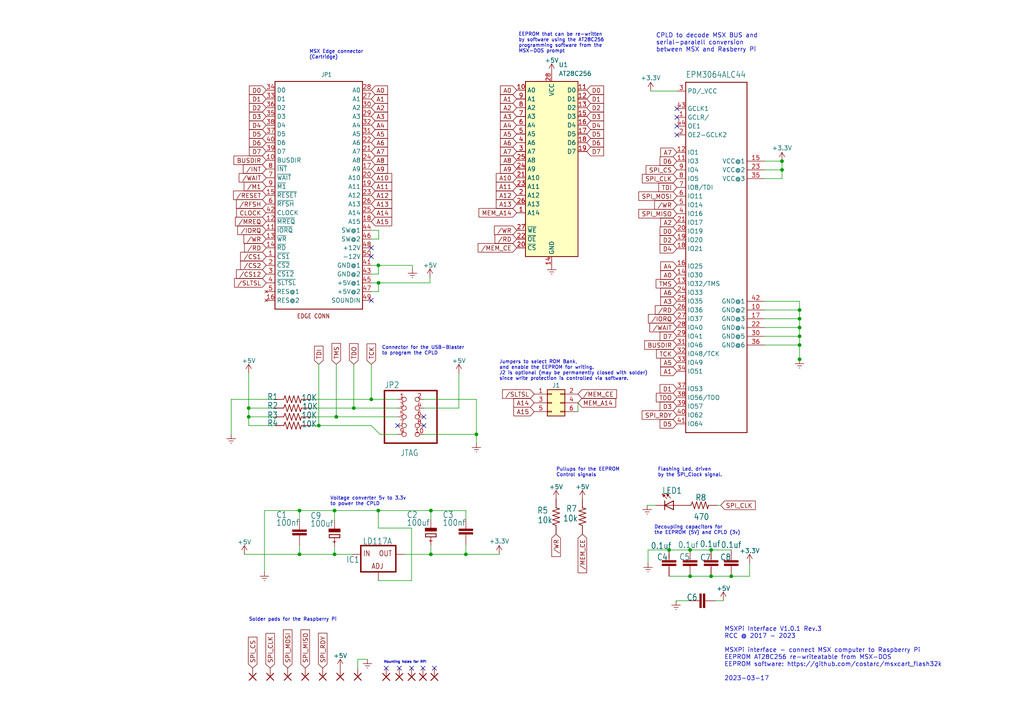
<source format=kicad_sch>
(kicad_sch (version 20211123) (generator eeschema)
  (paper "A4")
  (title_block (title "MSXPi") (date "2023-02-26") (rev "1.0.1") (company "RCC") (comment 1 "Interface to connect MSX computers to Raspberry Pi"))
  (lib_symbols
    (symbol "Connector_Generic:Conn_02x03_Odd_Even" (pin_names (offset 1.016) hide)
      (property "Reference" "J" (at 1.27 5.08 0))
      (property "Value" "Conn_02x03_Odd_Even" (at 1.27 -5.08 0))
      (symbol "Conn_02x03_Odd_Even_1_1"
        (rectangle (start -1.27 -2.413) (end 0 -2.667) (stroke (width 0.1524)))
        (rectangle (start -1.27 0.127) (end 0 -0.127) (stroke (width 0.1524)))
        (rectangle (start -1.27 2.667) (end 0 2.413) (stroke (width 0.1524)))
        (rectangle (start -1.27 3.81) (end 3.81 -3.81) (stroke (width 0.254)) (fill (type background)))
        (rectangle (start 3.81 -2.413) (end 2.54 -2.667) (stroke (width 0.1524)))
        (rectangle (start 3.81 0.127) (end 2.54 -0.127) (stroke (width 0.1524)))
        (rectangle (start 3.81 2.667) (end 2.54 2.413) (stroke (width 0.1524)))
        (pin passive line (at -5.08 2.54 0) (length 3.81) (name "Pin_1") (number "1"))
        (pin passive line (at 7.62 2.54 180) (length 3.81) (name "Pin_2") (number "2"))
        (pin passive line (at -5.08 0 0) (length 3.81) (name "Pin_3") (number "3"))
        (pin passive line (at 7.62 0 180) (length 3.81) (name "Pin_4") (number "4"))
        (pin passive line (at -5.08 -2.54 0) (length 3.81) (name "Pin_5") (number "5"))
        (pin passive line (at 7.62 -2.54 180) (length 3.81) (name "Pin_6") (number "6"))
      )
    )
    (symbol "Memory_EEPROM:28C256"
      (property "Reference" "U" (at -7.62 26.67 0))
      (property "Value" "28C256" (at 2.54 -26.67 0))
      (symbol "28C256_1_1"
        (rectangle (start -7.62 25.4) (end 7.62 -25.4) (stroke (width 0.254)) (fill (type background)))
        (pin input line (at -10.16 -12.7 0) (length 2.54) (name "A14") (number "1"))
        (pin input line (at -10.16 22.86 0) (length 2.54) (name "A0") (number "10"))
        (pin tri_state line (at 10.16 22.86 180) (length 2.54) (name "D0") (number "11"))
        (pin tri_state line (at 10.16 20.32 180) (length 2.54) (name "D1") (number "12"))
        (pin tri_state line (at 10.16 17.78 180) (length 2.54) (name "D2") (number "13"))
        (pin power_in line (at 0 -27.94 90) (length 2.54) (name "GND") (number "14"))
        (pin tri_state line (at 10.16 15.24 180) (length 2.54) (name "D3") (number "15"))
        (pin tri_state line (at 10.16 12.7 180) (length 2.54) (name "D4") (number "16"))
        (pin tri_state line (at 10.16 10.16 180) (length 2.54) (name "D5") (number "17"))
        (pin tri_state line (at 10.16 7.62 180) (length 2.54) (name "D6") (number "18"))
        (pin tri_state line (at 10.16 5.08 180) (length 2.54) (name "D7") (number "19"))
        (pin input line (at -10.16 -7.62 0) (length 2.54) (name "A12") (number "2"))
        (pin input line (at -10.16 -22.86 0) (length 2.54) (name "~{CS}") (number "20"))
        (pin input line (at -10.16 -2.54 0) (length 2.54) (name "A10") (number "21"))
        (pin input line (at -10.16 -20.32 0) (length 2.54) (name "~{OE}") (number "22"))
        (pin input line (at -10.16 -5.08 0) (length 2.54) (name "A11") (number "23"))
        (pin input line (at -10.16 0 0) (length 2.54) (name "A9") (number "24"))
        (pin input line (at -10.16 2.54 0) (length 2.54) (name "A8") (number "25"))
        (pin input line (at -10.16 -10.16 0) (length 2.54) (name "A13") (number "26"))
        (pin input line (at -10.16 -17.78 0) (length 2.54) (name "~{WE}") (number "27"))
        (pin power_in line (at 0 27.94 270) (length 2.54) (name "VCC") (number "28"))
        (pin input line (at -10.16 5.08 0) (length 2.54) (name "A7") (number "3"))
        (pin input line (at -10.16 7.62 0) (length 2.54) (name "A6") (number "4"))
        (pin input line (at -10.16 10.16 0) (length 2.54) (name "A5") (number "5"))
        (pin input line (at -10.16 12.7 0) (length 2.54) (name "A4") (number "6"))
        (pin input line (at -10.16 15.24 0) (length 2.54) (name "A3") (number "7"))
        (pin input line (at -10.16 17.78 0) (length 2.54) (name "A2") (number "8"))
        (pin input line (at -10.16 20.32 0) (length 2.54) (name "A1") (number "9"))
      )
    )
    (symbol "msxpi-eagle-import:2,15{slash}1,0"
      (property "Reference" "PAD" (at -1.143 1.8542 0))
      (property "Value" "2,15{slash}1,0" (at -1.143 -3.302 0))
      (symbol "2,15{slash}1,0_1_0"
        (polyline (pts (xy -1.016 -1.016) (xy 1.016 1.016)) (stroke (width 0.254)))
        (polyline (pts (xy -1.016 1.016) (xy 1.016 -1.016)) (stroke (width 0.254)))
        (pin passive line (at 2.54 0 180) (length 2.54) (name "P") (number "1"))
      )
    )
    (symbol "msxpi-eagle-import:C2,5-3"
      (property "Reference" "C" (at 1.524 0.381 0))
      (property "Value" "C2,5-3" (at 1.524 -4.699 0))
      (symbol "C2,5-3_1_0"
        (rectangle (start -2.032 -2.032) (end 2.032 -1.524) (fill (type outline)))
        (rectangle (start -2.032 -1.016) (end 2.032 -0.508) (fill (type outline)))
        (polyline (pts (xy 0 -2.54) (xy 0 -2.032)) (stroke (width 0.1524)))
        (polyline (pts (xy 0 0) (xy 0 -0.508)) (stroke (width 0.1524)))
        (pin passive line (at 0 2.54 270) (length 2.54) (name "1") (number "1"))
        (pin passive line (at 0 -5.08 90) (length 2.54) (name "2") (number "2"))
      )
    )
    (symbol "msxpi-eagle-import:CPOL-EUE2.5-5"
      (property "Reference" "C" (at 1.143 0.4826 0))
      (property "Value" "CPOL-EUE2.5-5" (at 1.143 -4.5974 0))
      (symbol "CPOL-EUE2.5-5_1_0"
        (rectangle (start -1.651 -2.54) (end 1.651 -1.651) (fill (type outline)))
        (polyline (pts (xy -1.524 -0.889) (xy 1.524 -0.889)) (stroke (width 0.254)))
        (polyline (pts (xy -1.524 0) (xy -1.524 -0.889)) (stroke (width 0.254)))
        (polyline (pts (xy -1.524 0) (xy 1.524 0)) (stroke (width 0.254)))
        (polyline (pts (xy 1.524 -0.889) (xy 1.524 0)) (stroke (width 0.254)))
        (text "+" (at -0.5842 0.4064 900) (effects (font (size 1.27 1.0795)) (justify left bottom)))
        (pin passive line (at 0 2.54 270) (length 2.54) (name "+") (number "+"))
        (pin passive line (at 0 -5.08 90) (length 2.54) (name "-") (number "-"))
      )
    )
    (symbol "msxpi-eagle-import:EPM3064S44"
      (property "Reference" "IC" (at -10.16 52.07 0))
      (property "Value" "EPM3064S44" (at -10.16 -53.34 0))
      (symbol "EPM3064S44_1_0"
        (polyline (pts (xy -10.16 -50.8) (xy 7.62 -50.8)) (stroke (width 0.254)))
        (polyline (pts (xy -10.16 50.8) (xy -10.16 -50.8)) (stroke (width 0.254)))
        (polyline (pts (xy 7.62 -50.8) (xy 7.62 50.8)) (stroke (width 0.254)))
        (polyline (pts (xy 7.62 50.8) (xy -10.16 50.8)) (stroke (width 0.254)))
        (pin input line (at -12.7 40.64 0) (length 2.54) (name "GCLR/") (number "1"))
        (pin bidirectional line (at 12.7 -15.24 180) (length 5.08) (name "GND@2") (number "10"))
        (pin bidirectional line (at -12.7 27.94 0) (length 2.54) (name "IO3") (number "11"))
        (pin bidirectional line (at -12.7 30.48 0) (length 2.54) (name "IO1") (number "12"))
        (pin bidirectional line (at -12.7 -7.62 0) (length 2.54) (name "IO32/TMS") (number "13"))
        (pin bidirectional line (at -12.7 -5.08 0) (length 2.54) (name "IO30") (number "14"))
        (pin bidirectional line (at 12.7 27.94 180) (length 5.08) (name "VCC@1") (number "15"))
        (pin bidirectional line (at -12.7 -2.54 0) (length 2.54) (name "IO25") (number "16"))
        (pin bidirectional line (at 12.7 -17.78 180) (length 5.08) (name "GND@3") (number "17"))
        (pin bidirectional line (at -12.7 2.54 0) (length 2.54) (name "IO21") (number "18"))
        (pin bidirectional line (at -12.7 5.08 0) (length 2.54) (name "IO20") (number "19"))
        (pin input line (at -12.7 35.56 0) (length 2.54) (name "OE2-GCLK2") (number "2"))
        (pin bidirectional line (at -12.7 7.62 0) (length 2.54) (name "IO19") (number "20"))
        (pin bidirectional line (at -12.7 10.16 0) (length 2.54) (name "IO17") (number "21"))
        (pin bidirectional line (at 12.7 -20.32 180) (length 5.08) (name "GND@4") (number "22"))
        (pin bidirectional line (at 12.7 25.4 180) (length 5.08) (name "VCC@2") (number "23"))
        (pin bidirectional line (at -12.7 -10.16 0) (length 2.54) (name "IO33") (number "24"))
        (pin bidirectional line (at -12.7 -12.7 0) (length 2.54) (name "IO35") (number "25"))
        (pin bidirectional line (at -12.7 -15.24 0) (length 2.54) (name "IO36") (number "26"))
        (pin bidirectional line (at -12.7 -17.78 0) (length 2.54) (name "IO37") (number "27"))
        (pin bidirectional line (at -12.7 -20.32 0) (length 2.54) (name "IO40") (number "28"))
        (pin bidirectional line (at -12.7 -22.86 0) (length 2.54) (name "IO41") (number "29"))
        (pin passive line (at -12.7 48.26 0) (length 2.54) (name "PD/_VCC") (number "3"))
        (pin bidirectional line (at 12.7 -22.86 180) (length 5.08) (name "GND@5") (number "30"))
        (pin bidirectional line (at -12.7 -25.4 0) (length 2.54) (name "IO46") (number "31"))
        (pin bidirectional line (at -12.7 -27.94 0) (length 2.54) (name "IO48/TCK") (number "32"))
        (pin bidirectional line (at -12.7 -30.48 0) (length 2.54) (name "IO49") (number "33"))
        (pin bidirectional line (at -12.7 -33.02 0) (length 2.54) (name "IO51") (number "34"))
        (pin bidirectional line (at 12.7 22.86 180) (length 5.08) (name "VCC@3") (number "35"))
        (pin bidirectional line (at 12.7 -25.4 180) (length 5.08) (name "GND@6") (number "36"))
        (pin bidirectional line (at -12.7 -38.1 0) (length 2.54) (name "IO53") (number "37"))
        (pin bidirectional line (at -12.7 -40.64 0) (length 2.54) (name "IO56/TDO") (number "38"))
        (pin bidirectional line (at -12.7 -43.18 0) (length 2.54) (name "IO57") (number "39"))
        (pin bidirectional line (at -12.7 12.7 0) (length 2.54) (name "IO16") (number "4"))
        (pin bidirectional line (at -12.7 -45.72 0) (length 2.54) (name "IO62") (number "40"))
        (pin bidirectional line (at -12.7 -48.26 0) (length 2.54) (name "IO64") (number "41"))
        (pin bidirectional line (at 12.7 -12.7 180) (length 5.08) (name "GND@1") (number "42"))
        (pin input line (at -12.7 43.18 0) (length 2.54) (name "GCLK1") (number "43"))
        (pin input line (at -12.7 38.1 0) (length 2.54) (name "OE1") (number "44"))
        (pin bidirectional line (at -12.7 15.24 0) (length 2.54) (name "IO14") (number "5"))
        (pin bidirectional line (at -12.7 17.78 0) (length 2.54) (name "IO11") (number "6"))
        (pin bidirectional line (at -12.7 20.32 0) (length 2.54) (name "IO8/TDI") (number "7"))
        (pin bidirectional line (at -12.7 22.86 0) (length 2.54) (name "IO5") (number "8"))
        (pin bidirectional line (at -12.7 25.4 0) (length 2.54) (name "IO4") (number "9"))
      )
    )
    (symbol "msxpi-eagle-import:LD117A?V"
      (property "Reference" "IC" (at 2.54 -7.62 0))
      (property "Value" "LD117A?V" (at 2.54 -10.16 0))
      (symbol "LD117A?V_1_0"
        (polyline (pts (xy -5.08 -5.08) (xy 5.08 -5.08)) (stroke (width 0.4064)))
        (polyline (pts (xy -5.08 2.54) (xy -5.08 -5.08)) (stroke (width 0.4064)))
        (polyline (pts (xy 5.08 -5.08) (xy 5.08 2.54)) (stroke (width 0.4064)))
        (polyline (pts (xy 5.08 2.54) (xy -5.08 2.54)) (stroke (width 0.4064)))
        (text "ADJ" (at -2.032 -4.318 0) (effects (font (size 1.524 1.2954)) (justify left bottom)))
        (text "IN" (at -4.445 -0.635 0) (effects (font (size 1.524 1.2954)) (justify left bottom)))
        (text "OUT" (at 0.127 -0.635 0) (effects (font (size 1.524 1.2954)) (justify left bottom)))
        (pin input line (at 0 -7.62 90) (length 2.54) (name "ADJ") (number "1"))
        (pin passive line (at 7.62 0 180) (length 2.54) (name "OUT") (number "2"))
        (pin input line (at -7.62 0 0) (length 2.54) (name "IN") (number "3"))
      )
    )
    (symbol "msxpi-eagle-import:LED3MM"
      (property "Reference" "LED" (at 3.556 -4.572 90))
      (property "Value" "LED3MM" (at 5.715 -4.572 90))
      (symbol "LED3MM_1_0"
        (polyline (pts (xy -2.032 -0.762) (xy -3.429 -2.159)) (stroke (width 0.1524)))
        (polyline (pts (xy -1.905 -1.905) (xy -3.302 -3.302)) (stroke (width 0.1524)))
        (polyline (pts (xy 0 -2.54) (xy -1.27 -2.54)) (stroke (width 0.254)))
        (polyline (pts (xy 0 -2.54) (xy -1.27 0)) (stroke (width 0.254)))
        (polyline (pts (xy 0 0) (xy -1.27 0)) (stroke (width 0.254)))
        (polyline (pts (xy 0 0) (xy 0 -2.54)) (stroke (width 0.1524)))
        (polyline (pts (xy 1.27 -2.54) (xy 0 -2.54)) (stroke (width 0.254)))
        (polyline (pts (xy 1.27 0) (xy 0 -2.54)) (stroke (width 0.254)))
        (polyline (pts (xy 1.27 0) (xy 0 0)) (stroke (width 0.254)))
        (polyline (pts (xy -3.429 -2.159) (xy -3.048 -1.27) (xy -2.54 -1.778)) (fill (type outline)))
        (polyline (pts (xy -3.302 -3.302) (xy -2.921 -2.413) (xy -2.413 -2.921)) (fill (type outline)))
        (pin passive line (at 0 2.54 270) (length 2.54) (name "A") (number "A"))
        (pin passive line (at 0 -5.08 90) (length 2.54) (name "C") (number "K"))
      )
    )
    (symbol "msxpi-eagle-import:MSXCART1"
      (property "Reference" "JP" (at -3.81 34.29 0))
      (symbol "MSXCART1_1_0"
        (polyline (pts (xy -12.7 -33.02) (xy -12.7 33.02)) (stroke (width 0.254)))
        (polyline (pts (xy -12.7 33.02) (xy 12.7 33.02)) (stroke (width 0.254)))
        (polyline (pts (xy 12.7 -33.02) (xy -12.7 -33.02)) (stroke (width 0.254)))
        (polyline (pts (xy 12.7 33.02) (xy 12.7 -33.02)) (stroke (width 0.254)))
        (text "EDGE CONN" (at 6.35 -34.29 0) (effects (font (size 1.27 1.0795)) (justify right top)))
        (pin output line (at 15.24 -17.78 180) (length 2.54) (name "~{CS1}") (number "1"))
        (pin input line (at 15.24 10.16 180) (length 2.54) (name "BUSDIR") (number "10"))
        (pin output line (at 15.24 -10.16 180) (length 2.54) (name "~{IORQ}") (number "11"))
        (pin output line (at 15.24 -7.62 180) (length 2.54) (name "~{MREQ}") (number "12"))
        (pin output line (at 15.24 -12.7 180) (length 2.54) (name "~{WR}") (number "13"))
        (pin output line (at 15.24 -15.24 180) (length 2.54) (name "~{RD}") (number "14"))
        (pin output line (at 15.24 0 180) (length 2.54) (name "~{RESET}") (number "15"))
        (pin no_connect line (at 15.24 -30.48 180) (length 2.54) (name "RES@2") (number "16"))
        (pin output line (at -15.24 7.62 0) (length 2.54) (name "A9") (number "17"))
        (pin output line (at -15.24 -7.62 0) (length 2.54) (name "A15") (number "18"))
        (pin output line (at -15.24 2.54 0) (length 2.54) (name "A11") (number "19"))
        (pin output line (at 15.24 -20.32 180) (length 2.54) (name "~{CS2}") (number "2"))
        (pin output line (at -15.24 5.08 0) (length 2.54) (name "A10") (number "20"))
        (pin output line (at -15.24 12.7 0) (length 2.54) (name "A7") (number "21"))
        (pin output line (at -15.24 15.24 0) (length 2.54) (name "A6") (number "22"))
        (pin output line (at -15.24 0 0) (length 2.54) (name "A12") (number "23"))
        (pin output line (at -15.24 10.16 0) (length 2.54) (name "A8") (number "24"))
        (pin output line (at -15.24 -5.08 0) (length 2.54) (name "A14") (number "25"))
        (pin output line (at -15.24 -2.54 0) (length 2.54) (name "A13") (number "26"))
        (pin output line (at -15.24 27.94 0) (length 2.54) (name "A1") (number "27"))
        (pin output line (at -15.24 30.48 0) (length 2.54) (name "A0") (number "28"))
        (pin output line (at -15.24 22.86 0) (length 2.54) (name "A3") (number "29"))
        (pin output line (at 15.24 -22.86 180) (length 2.54) (name "~{CS12}") (number "3"))
        (pin output line (at -15.24 25.4 0) (length 2.54) (name "A2") (number "30"))
        (pin output line (at -15.24 17.78 0) (length 2.54) (name "A5") (number "31"))
        (pin output line (at -15.24 20.32 0) (length 2.54) (name "A4") (number "32"))
        (pin bidirectional line (at 15.24 27.94 180) (length 2.54) (name "D1") (number "33"))
        (pin bidirectional line (at 15.24 30.48 180) (length 2.54) (name "D0") (number "34"))
        (pin bidirectional line (at 15.24 22.86 180) (length 2.54) (name "D3") (number "35"))
        (pin bidirectional line (at 15.24 25.4 180) (length 2.54) (name "D2") (number "36"))
        (pin bidirectional line (at 15.24 17.78 180) (length 2.54) (name "D5") (number "37"))
        (pin bidirectional line (at 15.24 20.32 180) (length 2.54) (name "D4") (number "38"))
        (pin bidirectional line (at 15.24 12.7 180) (length 2.54) (name "D7") (number "39"))
        (pin output line (at 15.24 -25.4 180) (length 2.54) (name "~{SLTSL}") (number "4"))
        (pin bidirectional line (at 15.24 15.24 180) (length 2.54) (name "D6") (number "40"))
        (pin power_in line (at -15.24 -20.32 0) (length 2.54) (name "GND@1") (number "41"))
        (pin output line (at 15.24 -5.08 180) (length 2.54) (name "CLOCK") (number "42"))
        (pin power_in line (at -15.24 -22.86 0) (length 2.54) (name "GND@2") (number "43"))
        (pin passive line (at -15.24 -10.16 0) (length 2.54) (name "SW@1") (number "44"))
        (pin power_in line (at -15.24 -25.4 0) (length 2.54) (name "+5V@1") (number "45"))
        (pin passive line (at -15.24 -12.7 0) (length 2.54) (name "SW@2") (number "46"))
        (pin power_in line (at -15.24 -27.94 0) (length 2.54) (name "+5V@2") (number "47"))
        (pin power_in line (at -15.24 -15.24 0) (length 2.54) (name "+12V") (number "48"))
        (pin passive line (at -15.24 -30.48 0) (length 2.54) (name "SOUNDIN") (number "49"))
        (pin no_connect line (at 15.24 -27.94 180) (length 2.54) (name "RES@1") (number "5"))
        (pin power_in line (at -15.24 -17.78 0) (length 2.54) (name "-12V") (number "50"))
        (pin output line (at 15.24 -2.54 180) (length 2.54) (name "~{RFSH}") (number "6"))
        (pin open_collector line (at 15.24 5.08 180) (length 2.54) (name "~{WAIT}") (number "7"))
        (pin open_collector line (at 15.24 7.62 180) (length 2.54) (name "~{INT}") (number "8"))
        (pin output line (at 15.24 2.54 180) (length 2.54) (name "~{M1}") (number "9"))
      )
    )
    (symbol "msxpi-eagle-import:PINHD-2X5{slash}90"
      (property "Reference" "JP" (at -6.35 8.255 0))
      (property "Value" "PINHD-2X5{slash}90" (at -6.35 -10.16 0))
      (symbol "PINHD-2X5{slash}90_1_0"
        (polyline (pts (xy -6.35 -7.62) (xy 8.89 -7.62)) (stroke (width 0.4064)))
        (polyline (pts (xy -6.35 7.62) (xy -6.35 -7.62)) (stroke (width 0.4064)))
        (polyline (pts (xy 8.89 -7.62) (xy 8.89 7.62)) (stroke (width 0.4064)))
        (polyline (pts (xy 8.89 7.62) (xy -6.35 7.62)) (stroke (width 0.4064)))
        (pin passive inverted (at -2.54 5.08 0) (length 2.54) (name "1") (number "1"))
        (pin passive inverted (at 5.08 -5.08 180) (length 2.54) (name "10") (number "10"))
        (pin passive inverted (at 5.08 5.08 180) (length 2.54) (name "2") (number "2"))
        (pin passive inverted (at -2.54 2.54 0) (length 2.54) (name "3") (number "3"))
        (pin passive inverted (at 5.08 2.54 180) (length 2.54) (name "4") (number "4"))
        (pin passive inverted (at -2.54 0 0) (length 2.54) (name "5") (number "5"))
        (pin passive inverted (at 5.08 0 180) (length 2.54) (name "6") (number "6"))
        (pin passive inverted (at -2.54 -2.54 0) (length 2.54) (name "7") (number "7"))
        (pin passive inverted (at 5.08 -2.54 180) (length 2.54) (name "8") (number "8"))
        (pin passive inverted (at -2.54 -5.08 0) (length 2.54) (name "9") (number "9"))
      )
    )
    (symbol "msxpi-eagle-import:R-US_0207{slash}7"
      (property "Reference" "R" (at -3.81 1.4986 0))
      (property "Value" "R-US_0207{slash}7" (at -3.81 -3.302 0))
      (symbol "R-US_0207{slash}7_1_0"
        (polyline (pts (xy -2.54 0) (xy -2.159 1.016)) (stroke (width 0.2032)))
        (polyline (pts (xy -2.159 1.016) (xy -1.524 -1.016)) (stroke (width 0.2032)))
        (polyline (pts (xy -1.524 -1.016) (xy -0.889 1.016)) (stroke (width 0.2032)))
        (polyline (pts (xy -0.889 1.016) (xy -0.254 -1.016)) (stroke (width 0.2032)))
        (polyline (pts (xy -0.254 -1.016) (xy 0.381 1.016)) (stroke (width 0.2032)))
        (polyline (pts (xy 0.381 1.016) (xy 1.016 -1.016)) (stroke (width 0.2032)))
        (polyline (pts (xy 1.016 -1.016) (xy 1.651 1.016)) (stroke (width 0.2032)))
        (polyline (pts (xy 1.651 1.016) (xy 2.286 -1.016)) (stroke (width 0.2032)))
        (polyline (pts (xy 2.286 -1.016) (xy 2.54 0)) (stroke (width 0.2032)))
        (pin passive line (at -5.08 0 0) (length 2.54) (name "1") (number "1"))
        (pin passive line (at 5.08 0 180) (length 2.54) (name "2") (number "2"))
      )
    )
    (symbol "power:+3.3V" (power) (pin_names (offset 0))
      (property "Value" "+3.3V" (at 0 3.556 0))
      (symbol "+3.3V_0_1"
        (polyline (pts (xy -0.762 1.27) (xy 0 2.54)))
        (polyline (pts (xy 0 0) (xy 0 2.54)))
        (polyline (pts (xy 0 2.54) (xy 0.762 1.27)))
      )
      (symbol "+3.3V_1_1"
        (pin power_in line (at 0 0 90) (length 0) hide (name "+3.3V") (number "1"))
      )
    )
    (symbol "power:+5V" (power) (pin_names (offset 0))
      (property "Value" "+5V" (at 0 3.556 0))
      (symbol "+5V_0_1"
        (polyline (pts (xy -0.762 1.27) (xy 0 2.54)))
        (polyline (pts (xy 0 0) (xy 0 2.54)))
        (polyline (pts (xy 0 2.54) (xy 0.762 1.27)))
      )
      (symbol "+5V_1_1"
        (pin power_in line (at 0 0 90) (length 0) hide (name "+5V") (number "1"))
      )
    )
    (symbol "power:GNDREF" (power) (pin_names (offset 0))
      (property "Value" "GNDREF" (at 0 -3.81 0))
      (symbol "GNDREF_0_1"
        (polyline (pts (xy -0.635 -1.905) (xy 0.635 -1.905)))
        (polyline (pts (xy -0.127 -2.54) (xy 0.127 -2.54)))
        (polyline (pts (xy 0 -1.27) (xy 0 0)))
        (polyline (pts (xy 1.27 -1.27) (xy -1.27 -1.27)))
      )
      (symbol "GNDREF_1_1"
        (pin power_in line (at 0 0 270) (length 0) hide (name "GNDREF") (number "1"))
      )
    )
  )
  (junction (at 109.7969 82.042))
  (junction (at 109.7518 76.962))
  (junction (at 92.456 123.444))
  (junction (at 231.902 97.536))
  (junction (at 206.248 159.512))
  (junction (at 231.9019 104.1982))
  (junction (at 97.028 160.782))
  (junction (at 135.128 160.782))
  (junction (at 97.536 120.904))
  (junction (at 226.822 49.276))
  (junction (at 124.968 148.082))
  (junction (at 200.152 159.512))
  (junction (at 86.868 160.782))
  (junction (at 226.8081 46.736))
  (junction (at 231.902 89.916))
  (junction (at 200.152 167.132))
  (junction (at 231.902 92.456))
  (junction (at 138.176 125.984))
  (junction (at 72.136 118.364))
  (junction (at 72.136 120.904))
  (junction (at 194.056 159.512))
  (junction (at 107.696 115.824))
  (junction (at 102.616 118.364))
  (junction (at 206.248 167.132))
  (junction (at 231.902 94.996))
  (junction (at 124.968 160.782))
  (junction (at 86.868 148.082))
  (junction (at 109.728 148.082))
  (junction (at 231.902 100.076))
  (junction (at 212.09 167.132))
  (junction (at 97.028 148.082))
  (no_connect (at 196.342 39.116))
  (no_connect (at 196.342 36.576))
  (no_connect (at 196.342 34.036))
  (no_connect (at 196.342 31.496))
  (no_connect (at 112.014 193.802))
  (no_connect (at 107.696 87.122))
  (no_connect (at 107.696 74.422))
  (no_connect (at 107.696 71.882))
  (no_connect (at 122.936 120.904))
  (no_connect (at 122.936 123.444))
  (no_connect (at 115.316 123.444))
  (no_connect (at 119.38 193.802))
  (no_connect (at 122.682 193.802))
  (no_connect (at 115.824 193.802))
  (no_connect (at 125.984 193.802))
  (wire (pts (xy 109.7969 82.042) (xy 124.714 82.042)))
  (wire (pts (xy 76.708 148.082) (xy 76.708 165.862)))
  (wire (pts (xy 72.136 123.444) (xy 72.136 120.904)))
  (wire (pts (xy 119.38 168.402) (xy 109.728 168.402)))
  (wire (pts (xy 122.936 125.984) (xy 138.176 125.984)))
  (wire (pts (xy 231.902 100.076) (xy 231.902 104.1982)))
  (wire (pts (xy 124.968 150.622) (xy 124.968 148.082)))
  (wire (pts (xy 79.756 120.904) (xy 72.136 120.904)))
  (wire (pts (xy 221.742 89.916) (xy 231.902 89.916)))
  (wire (pts (xy 122.936 118.364) (xy 133.096 118.364)))
  (wire (pts (xy 107.696 123.444) (xy 92.456 123.444)))
  (wire (pts (xy 109.728 148.082) (xy 109.728 153.162)))
  (wire (pts (xy 124.968 160.782) (xy 135.128 160.782)))
  (wire (pts (xy 107.696 79.502) (xy 109.7518 79.502)))
  (wire (pts (xy 103.7649 193.7523) (xy 103.7649 191.2123)))
  (wire (pts (xy 200.152 167.132) (xy 206.248 167.132)))
  (wire (pts (xy 221.742 100.076) (xy 231.902 100.076)))
  (wire (pts (xy 190.246 146.558) (xy 187.706 146.558)))
  (wire (pts (xy 97.028 158.496) (xy 97.028 160.782)))
  (wire (pts (xy 86.868 150.622) (xy 86.868 148.082)))
  (wire (pts (xy 221.742 94.996) (xy 231.902 94.996)))
  (wire (pts (xy 107.696 115.824) (xy 89.916 115.824)))
  (wire (pts (xy 167.64 116.84) (xy 167.64 119.38)))
  (wire (pts (xy 97.536 120.904) (xy 97.536 105.664)))
  (wire (pts (xy 138.176 115.824) (xy 138.176 125.984)))
  (wire (pts (xy 206.248 167.132) (xy 212.09 167.132)))
  (wire (pts (xy 72.136 120.904) (xy 72.136 118.364)))
  (wire (pts (xy 86.868 158.242) (xy 86.868 160.782)))
  (wire (pts (xy 92.456 123.444) (xy 89.916 123.444)))
  (wire (pts (xy 79.756 118.364) (xy 72.136 118.364)))
  (wire (pts (xy 135.128 150.368) (xy 135.128 148.082)))
  (wire (pts (xy 124.714 82.042) (xy 124.714 80.518)))
  (wire (pts (xy 97.536 120.904) (xy 89.916 120.904)))
  (wire (pts (xy 109.7518 76.962) (xy 119.634 76.962)))
  (wire (pts (xy 138.176 125.984) (xy 138.176 128.524)))
  (wire (pts (xy 231.902 87.376) (xy 231.902 89.916)))
  (wire (pts (xy 102.616 118.364) (xy 89.916 118.364)))
  (wire (pts (xy 133.096 118.364) (xy 133.096 108.204)))
  (wire (pts (xy 67.056 115.824) (xy 67.056 125.984)))
  (wire (pts (xy 119.634 76.962) (xy 119.634 77.978)))
  (wire (pts (xy 117.348 160.782) (xy 124.968 160.782)))
  (wire (pts (xy 206.248 159.512) (xy 212.09 159.512)))
  (wire (pts (xy 79.756 123.444) (xy 72.136 123.444)))
  (wire (pts (xy 135.128 157.988) (xy 135.128 160.782)))
  (wire (pts (xy 109.7969 84.582) (xy 109.7969 82.042)))
  (wire (pts (xy 102.616 118.364) (xy 102.616 105.664)))
  (wire (pts (xy 107.696 115.824) (xy 107.696 105.664)))
  (wire (pts (xy 187.96 163.322) (xy 187.96 159.512)))
  (wire (pts (xy 135.128 160.782) (xy 144.78 160.782)))
  (wire (pts (xy 196.342 26.416) (xy 188.722 26.416)))
  (wire (pts (xy 107.696 76.962) (xy 109.7518 76.962)))
  (wire (pts (xy 86.868 160.782) (xy 97.028 160.782)))
  (wire (pts (xy 107.696 84.582) (xy 109.7969 84.582)))
  (wire (pts (xy 97.028 160.782) (xy 102.108 160.782)))
  (wire (pts (xy 115.316 120.904) (xy 97.536 120.904)))
  (wire (pts (xy 221.742 49.276) (xy 226.822 49.276)))
  (wire (pts (xy 119.38 153.162) (xy 119.38 168.402)))
  (wire (pts (xy 217.424 167.132) (xy 217.424 163.322)))
  (wire (pts (xy 200.152 159.512) (xy 206.248 159.512)))
  (wire (pts (xy 109.8424 66.802) (xy 109.8424 69.342)))
  (wire (pts (xy 124.968 148.082) (xy 109.728 148.082)))
  (wire (pts (xy 97.028 150.876) (xy 97.028 148.082)))
  (wire (pts (xy 212.09 167.132) (xy 217.424 167.132)))
  (wire (pts (xy 109.7518 79.502) (xy 109.7518 76.962)))
  (wire (pts (xy 115.316 125.984) (xy 110.236 125.984)))
  (wire (pts (xy 92.456 123.444) (xy 92.456 105.664)))
  (wire (pts (xy 226.8081 46.736) (xy 221.742 46.736)))
  (wire (pts (xy 107.696 66.802) (xy 109.8424 66.802)))
  (wire (pts (xy 107.696 82.042) (xy 109.7969 82.042)))
  (wire (pts (xy 124.968 158.242) (xy 124.968 160.782)))
  (wire (pts (xy 109.728 153.162) (xy 119.38 153.162)))
  (wire (pts (xy 226.822 46.736) (xy 226.8081 46.736)))
  (wire (pts (xy 208.026 146.558) (xy 209.042 146.558)))
  (wire (pts (xy 122.936 115.824) (xy 138.176 115.824)))
  (wire (pts (xy 231.902 97.536) (xy 231.902 100.076)))
  (wire (pts (xy 70.866 160.782) (xy 86.868 160.782)))
  (wire (pts (xy 115.316 115.824) (xy 107.696 115.824)))
  (wire (pts (xy 226.822 51.816) (xy 226.822 49.276)))
  (wire (pts (xy 72.136 118.364) (xy 72.136 108.204)))
  (wire (pts (xy 86.868 148.082) (xy 97.028 148.082)))
  (wire (pts (xy 221.742 97.536) (xy 231.902 97.536)))
  (wire (pts (xy 97.028 148.082) (xy 109.728 148.082)))
  (wire (pts (xy 221.742 87.376) (xy 231.902 87.376)))
  (wire (pts (xy 221.742 92.456) (xy 231.902 92.456)))
  (wire (pts (xy 109.8424 69.342) (xy 107.696 69.342)))
  (wire (pts (xy 231.902 94.996) (xy 231.902 97.536)))
  (wire (pts (xy 207.518 174.244) (xy 209.804 174.244)))
  (wire (pts (xy 196.088 174.244) (xy 199.898 174.244)))
  (wire (pts (xy 231.902 92.456) (xy 231.902 94.996)))
  (wire (pts (xy 231.902 104.1982) (xy 231.9019 104.1982)))
  (wire (pts (xy 221.742 51.816) (xy 226.822 51.816)))
  (wire (pts (xy 135.128 148.082) (xy 124.968 148.082)))
  (wire (pts (xy 194.056 167.132) (xy 200.152 167.132)))
  (wire (pts (xy 79.756 115.824) (xy 67.056 115.824)))
  (wire (pts (xy 226.822 49.276) (xy 226.822 46.736)))
  (wire (pts (xy 110.236 125.984) (xy 107.696 123.444)))
  (wire (pts (xy 86.868 148.082) (xy 76.708 148.082)))
  (wire (pts (xy 103.7649 191.2123) (xy 106.5589 191.2123)))
  (wire (pts (xy 115.316 118.364) (xy 102.616 118.364)))
  (wire (pts (xy 187.96 159.512) (xy 194.056 159.512)))
  (wire (pts (xy 231.902 89.916) (xy 231.902 92.456)))
  (wire (pts (xy 194.056 159.512) (xy 200.152 159.512)))
  (text "Decoupling capacitors for\nthe EEPROM (5V) and CPLD (3v)" (at 189.738 155.194 0) (effects (font (size 1 1)) (justify left bottom)))
  (text "Flashing Led, driven \nby the SPI_Clock signal." (at 190.754 138.43 0) (effects (font (size 1 1)) (justify left bottom)))
  (text "Jumpers to select ROM Bank,\nand enable the EEPROM for writing.\nJ2 is optional (may be permanently closed with solder)\nsince write protection is controlled via software.\n" (at 144.78 110.49 0) (effects (font (size 1 1)) (justify left bottom)))
  (text "EEPROM that can be re-written \nby software using the AT28C256 \nprogramming software from the \nMSX-DOS prompt" (at 150.368 15.494 0) (effects (font (size 1 1)) (justify left bottom)))
  (text "Pullups for the EEPROM\nControl signals" (at 161.29 138.43 0) (effects (font (size 1 1)) (justify left bottom)))
  (text "Solder pads for the Raspberry Pi" (at 72.136 180.34 0) (effects (font (size 1 1)) (justify left bottom)))
  (text "MSXPi Interface V1.0.1 Rev.3\nRCC @ 2017 - 2023\n\nMSXPi interface - connect MSX computer to Raspberry Pi\nEEPROM AT28C256 re-writeatable from MSX-DOS\nEEPROM software: https://github.com/costarc/msxcart_flash32k\n\n2023-03-17" (at 210.058 197.612 0) (effects (font (size 1.27 1.27)) (justify left bottom)))
  (text "MSX Edge connector\n(Cartridge)" (at 89.662 17.272 0) (effects (font (size 1 1)) (justify left bottom)))
  (text "Connector for the USB-Blaster\nto program the CPLD" (at 110.744 103.124 0) (effects (font (size 1 1)) (justify left bottom)))
  (text "Voltage converter 5v to 3.3v\nto power the CPLD" (at 95.758 146.812 0) (effects (font (size 1 1)) (justify left bottom)))
  (text "Mounting holes for RPI" (at 111.252 192.532 0) (effects (font (size 0.7 0.7)) (justify left bottom)))
  (text "CPLD to decode MSX BUS and\nserial-paralell conversion\nbetween MSX and Rasberry Pi" (at 190.246 15.24 0) (effects (font (size 1.27 1.27)) (justify left bottom)))
  (global_label "SPI_CS" (shape input) (at 196.342 49.276 180) (property "Intersheet References" "${INTERSHEET_REFS}" (effects hide)))
  (global_label "TMS" (shape input) (at 196.342 82.296 180) (property "Intersheet References" "${INTERSHEET_REFS}" (effects hide)))
  (global_label "A11" (shape input) (at 107.696 54.102 0) (property "Intersheet References" "${INTERSHEET_REFS}" (effects hide)))
  (global_label "D6" (shape input) (at 196.342 46.736 180) (property "Intersheet References" "${INTERSHEET_REFS}" (effects hide)))
  (global_label "{slash}RD" (shape input) (at 196.342 89.916 180) (property "Intersheet References" "${INTERSHEET_REFS}" (effects hide)))
  (global_label "A6" (shape input) (at 107.696 41.402 0) (property "Intersheet References" "${INTERSHEET_REFS}" (effects hide)))
  (global_label "D5" (shape input) (at 170.18 38.862 0) (property "Intersheet References" "${INTERSHEET_REFS}" (effects hide)))
  (global_label "D4" (shape input) (at 170.18 36.322 0) (property "Intersheet References" "${INTERSHEET_REFS}" (effects hide)))
  (global_label "{slash}CS1" (shape input) (at 77.216 74.422 180) (property "Intersheet References" "${INTERSHEET_REFS}" (effects hide)))
  (global_label "A0" (shape input) (at 196.342 79.756 180) (property "Intersheet References" "${INTERSHEET_REFS}" (effects hide)))
  (global_label "A2" (shape input) (at 196.342 64.516 180) (property "Intersheet References" "${INTERSHEET_REFS}" (effects hide)))
  (global_label "A8" (shape input) (at 149.86 46.482 180) (property "Intersheet References" "${INTERSHEET_REFS}" (effects hide)))
  (global_label "{slash}WR" (shape input) (at 196.342 59.436 180) (property "Intersheet References" "${INTERSHEET_REFS}" (effects hide)))
  (global_label "D3" (shape input) (at 77.216 33.782 180) (property "Intersheet References" "${INTERSHEET_REFS}" (effects hide)))
  (global_label "A7" (shape input) (at 149.86 43.942 180) (property "Intersheet References" "${INTERSHEET_REFS}" (effects hide)))
  (global_label "D3" (shape input) (at 196.342 117.856 180) (property "Intersheet References" "${INTERSHEET_REFS}" (effects hide)))
  (global_label "D1" (shape input) (at 77.216 28.702 180) (property "Intersheet References" "${INTERSHEET_REFS}" (effects hide)))
  (global_label "SPI_MISO" (shape input) (at 196.342 61.976 180) (property "Intersheet References" "${INTERSHEET_REFS}" (effects hide)))
  (global_label "TDO" (shape input) (at 102.616 105.664 90) (property "Intersheet References" "${INTERSHEET_REFS}" (effects hide)))
  (global_label "SPI_CS" (shape input) (at 73.2849 193.7523 90) (property "Intersheet References" "${INTERSHEET_REFS}" (effects hide)))
  (global_label "D2" (shape input) (at 196.342 69.596 180) (property "Intersheet References" "${INTERSHEET_REFS}" (effects hide)))
  (global_label "A10" (shape input) (at 107.696 51.562 0) (property "Intersheet References" "${INTERSHEET_REFS}" (effects hide)))
  (global_label "{slash}RD" (shape input) (at 77.216 71.882 180) (property "Intersheet References" "${INTERSHEET_REFS}" (effects hide)))
  (global_label "A14" (shape input) (at 107.696 61.722 0) (property "Intersheet References" "${INTERSHEET_REFS}" (effects hide)))
  (global_label "{slash}WR" (shape input) (at 77.216 69.342 180) (property "Intersheet References" "${INTERSHEET_REFS}" (effects hide)))
  (global_label "A9" (shape input) (at 107.696 49.022 0) (property "Intersheet References" "${INTERSHEET_REFS}" (effects hide)))
  (global_label "D4" (shape input) (at 196.342 72.136 180) (property "Intersheet References" "${INTERSHEET_REFS}" (effects hide)))
  (global_label "A0" (shape input) (at 149.86 26.162 180) (property "Intersheet References" "${INTERSHEET_REFS}" (effects hide)))
  (global_label "A12" (shape input) (at 107.696 56.642 0) (property "Intersheet References" "${INTERSHEET_REFS}" (effects hide)))
  (global_label "{slash}RESET" (shape input) (at 77.216 56.642 180) (property "Intersheet References" "${INTERSHEET_REFS}" (effects hide)))
  (global_label "D7" (shape input) (at 170.18 43.942 0) (property "Intersheet References" "${INTERSHEET_REFS}" (effects hide)))
  (global_label "A1" (shape input) (at 149.86 28.702 180) (property "Intersheet References" "${INTERSHEET_REFS}" (effects hide)))
  (global_label "TDI" (shape input) (at 196.342 54.356 180) (property "Intersheet References" "${INTERSHEET_REFS}" (effects hide)))
  (global_label "D3" (shape input) (at 170.18 33.782 0) (property "Intersheet References" "${INTERSHEET_REFS}" (effects hide)))
  (global_label "SPI_CLK" (shape input) (at 78.3649 193.7523 90) (property "Intersheet References" "${INTERSHEET_REFS}" (effects hide)))
  (global_label "{slash}CS2" (shape input) (at 77.216 76.962 180) (property "Intersheet References" "${INTERSHEET_REFS}" (effects hide)))
  (global_label "A7" (shape input) (at 196.342 44.196 180) (property "Intersheet References" "${INTERSHEET_REFS}" (effects hide)))
  (global_label "TDI" (shape input) (at 92.456 105.664 90) (property "Intersheet References" "${INTERSHEET_REFS}" (effects hide)))
  (global_label "A3" (shape input) (at 149.86 33.782 180) (property "Intersheet References" "${INTERSHEET_REFS}" (effects hide)))
  (global_label "A8" (shape input) (at 107.696 46.482 0) (property "Intersheet References" "${INTERSHEET_REFS}" (effects hide)))
  (global_label "A0" (shape input) (at 107.696 26.162 0) (property "Intersheet References" "${INTERSHEET_REFS}" (effects hide)))
  (global_label "TCK" (shape input) (at 196.342 102.616 180) (property "Intersheet References" "${INTERSHEET_REFS}" (effects hide)))
  (global_label "{slash}WAIT" (shape input) (at 196.342 94.996 180) (property "Intersheet References" "${INTERSHEET_REFS}" (effects hide)))
  (global_label "D7" (shape input) (at 196.342 97.536 180) (property "Intersheet References" "${INTERSHEET_REFS}" (effects hide)))
  (global_label "A2" (shape input) (at 149.86 31.242 180) (property "Intersheet References" "${INTERSHEET_REFS}" (effects hide)))
  (global_label "D1" (shape input) (at 196.342 112.776 180) (property "Intersheet References" "${INTERSHEET_REFS}" (effects hide)))
  (global_label "A13" (shape input) (at 149.86 59.182 180) (property "Intersheet References" "${INTERSHEET_REFS}" (effects hide)))
  (global_label "A1" (shape input) (at 196.342 107.696 180) (property "Intersheet References" "${INTERSHEET_REFS}" (effects hide)))
  (global_label "A7" (shape input) (at 107.696 43.942 0) (property "Intersheet References" "${INTERSHEET_REFS}" (effects hide)))
  (global_label "SPI_CLK" (shape input) (at 209.042 146.558 0) (property "Intersheet References" "${INTERSHEET_REFS}" (effects hide)))
  (global_label "SPI_RDY" (shape input) (at 93.6049 193.7523 90) (property "Intersheet References" "${INTERSHEET_REFS}" (effects hide)))
  (global_label "D4" (shape input) (at 77.216 36.322 180) (property "Intersheet References" "${INTERSHEET_REFS}" (effects hide)))
  (global_label "D5" (shape input) (at 77.216 38.862 180) (property "Intersheet References" "${INTERSHEET_REFS}" (effects hide)))
  (global_label "{slash}MEM_CE" (shape input) (at 149.86 71.882 180) (property "Intersheet References" "${INTERSHEET_REFS}" (effects hide)))
  (global_label "{slash}RD" (shape input) (at 149.86 69.342 180) (property "Intersheet References" "${INTERSHEET_REFS}" (effects hide)))
  (global_label "SPI_MISO" (shape input) (at 88.5249 193.7523 90) (property "Intersheet References" "${INTERSHEET_REFS}" (effects hide)))
  (global_label "SPI_CLK" (shape input) (at 196.342 51.816 180) (property "Intersheet References" "${INTERSHEET_REFS}" (effects hide)))
  (global_label "A10" (shape input) (at 149.86 51.562 180) (property "Intersheet References" "${INTERSHEET_REFS}" (effects hide)))
  (global_label "CLOCK" (shape input) (at 77.216 61.722 180) (property "Intersheet References" "${INTERSHEET_REFS}" (effects hide)))
  (global_label "BUSDIR" (shape input) (at 77.216 46.482 180) (property "Intersheet References" "${INTERSHEET_REFS}" (effects hide)))
  (global_label "{slash}WR" (shape input) (at 161.29 154.94 270) (property "Intersheet References" "${INTERSHEET_REFS}" (effects hide)))
  (global_label "SPI_MOSI" (shape input) (at 196.342 56.896 180) (property "Intersheet References" "${INTERSHEET_REFS}" (effects hide)))
  (global_label "A5" (shape input) (at 149.86 38.862 180) (property "Intersheet References" "${INTERSHEET_REFS}" (effects hide)))
  (global_label "SPI_RDY" (shape input) (at 196.342 120.396 180) (property "Intersheet References" "${INTERSHEET_REFS}" (effects hide)))
  (global_label "D2" (shape input) (at 170.18 31.242 0) (property "Intersheet References" "${INTERSHEET_REFS}" (effects hide)))
  (global_label "MEM_A14" (shape input) (at 149.86 61.722 180) (property "Intersheet References" "${INTERSHEET_REFS}" (effects hide)))
  (global_label "TCK" (shape input) (at 107.696 105.664 90) (property "Intersheet References" "${INTERSHEET_REFS}" (effects hide)))
  (global_label "A4" (shape input) (at 107.696 36.322 0) (property "Intersheet References" "${INTERSHEET_REFS}" (effects hide)))
  (global_label "BUSDIR" (shape input) (at 196.342 100.076 180) (property "Intersheet References" "${INTERSHEET_REFS}" (effects hide)))
  (global_label "D0" (shape input) (at 77.216 26.162 180) (property "Intersheet References" "${INTERSHEET_REFS}" (effects hide)))
  (global_label "A15" (shape input) (at 107.696 64.262 0) (property "Intersheet References" "${INTERSHEET_REFS}" (effects hide)))
  (global_label "{slash}RFSH" (shape input) (at 77.216 59.182 180) (property "Intersheet References" "${INTERSHEET_REFS}" (effects hide)))
  (global_label "{slash}INT" (shape input) (at 77.216 49.022 180) (property "Intersheet References" "${INTERSHEET_REFS}" (effects hide)))
  (global_label "TDO" (shape input) (at 196.342 115.316 180) (property "Intersheet References" "${INTERSHEET_REFS}" (effects hide)))
  (global_label "{slash}MEM_CE" (shape input) (at 168.91 154.94 270) (property "Intersheet References" "${INTERSHEET_REFS}" (effects hide)))
  (global_label "A5" (shape input) (at 107.696 38.862 0) (property "Intersheet References" "${INTERSHEET_REFS}" (effects hide)))
  (global_label "{slash}SLTSL" (shape input) (at 77.216 82.042 180) (property "Intersheet References" "${INTERSHEET_REFS}" (effects hide)))
  (global_label "{slash}WAIT" (shape input) (at 77.216 51.562 180) (property "Intersheet References" "${INTERSHEET_REFS}" (effects hide)))
  (global_label "MEM_A14" (shape input) (at 167.64 116.84 0) (property "Intersheet References" "${INTERSHEET_REFS}" (effects hide)))
  (global_label "A4" (shape input) (at 196.342 77.216 180) (property "Intersheet References" "${INTERSHEET_REFS}" (effects hide)))
  (global_label "A6" (shape input) (at 196.342 84.836 180) (property "Intersheet References" "${INTERSHEET_REFS}" (effects hide)))
  (global_label "D6" (shape input) (at 77.216 41.402 180) (property "Intersheet References" "${INTERSHEET_REFS}" (effects hide)))
  (global_label "D1" (shape input) (at 170.18 28.702 0) (property "Intersheet References" "${INTERSHEET_REFS}" (effects hide)))
  (global_label "A1" (shape input) (at 107.696 28.702 0) (property "Intersheet References" "${INTERSHEET_REFS}" (effects hide)))
  (global_label "A13" (shape input) (at 107.696 59.182 0) (property "Intersheet References" "${INTERSHEET_REFS}" (effects hide)))
  (global_label "A15" (shape input) (at 154.94 119.38 180) (property "Intersheet References" "${INTERSHEET_REFS}" (effects hide)))
  (global_label "A11" (shape input) (at 149.86 54.102 180) (property "Intersheet References" "${INTERSHEET_REFS}" (effects hide)))
  (global_label "D0" (shape input) (at 170.18 26.162 0) (property "Intersheet References" "${INTERSHEET_REFS}" (effects hide)))
  (global_label "{slash}IORQ" (shape input) (at 196.342 92.456 180) (property "Intersheet References" "${INTERSHEET_REFS}" (effects hide)))
  (global_label "D2" (shape input) (at 77.216 31.242 180) (property "Intersheet References" "${INTERSHEET_REFS}" (effects hide)))
  (global_label "A4" (shape input) (at 149.86 36.322 180) (property "Intersheet References" "${INTERSHEET_REFS}" (effects hide)))
  (global_label "{slash}SLTSL" (shape input) (at 154.94 114.3 180) (property "Intersheet References" "${INTERSHEET_REFS}" (effects hide)))
  (global_label "A3" (shape input) (at 196.342 87.376 180) (property "Intersheet References" "${INTERSHEET_REFS}" (effects hide)))
  (global_label "D7" (shape input) (at 77.216 43.942 180) (property "Intersheet References" "${INTERSHEET_REFS}" (effects hide)))
  (global_label "SPI_MOSI" (shape input) (at 83.4449 193.7523 90) (property "Intersheet References" "${INTERSHEET_REFS}" (effects hide)))
  (global_label "A6" (shape input) (at 149.86 41.402 180) (property "Intersheet References" "${INTERSHEET_REFS}" (effects hide)))
  (global_label "D6" (shape input) (at 170.18 41.402 0) (property "Intersheet References" "${INTERSHEET_REFS}" (effects hide)))
  (global_label "TMS" (shape input) (at 97.536 105.664 90) (property "Intersheet References" "${INTERSHEET_REFS}" (effects hide)))
  (global_label "A12" (shape input) (at 149.86 56.642 180) (property "Intersheet References" "${INTERSHEET_REFS}" (effects hide)))
  (global_label "A3" (shape input) (at 107.696 33.782 0) (property "Intersheet References" "${INTERSHEET_REFS}" (effects hide)))
  (global_label "A2" (shape input) (at 107.696 31.242 0) (property "Intersheet References" "${INTERSHEET_REFS}" (effects hide)))
  (global_label "D0" (shape input) (at 196.342 67.056 180) (property "Intersheet References" "${INTERSHEET_REFS}" (effects hide)))
  (global_label "{slash}IORQ" (shape input) (at 77.216 66.802 180) (property "Intersheet References" "${INTERSHEET_REFS}" (effects hide)))
  (global_label "{slash}WR" (shape input) (at 149.86 66.802 180) (property "Intersheet References" "${INTERSHEET_REFS}" (effects hide)))
  (global_label "A14" (shape input) (at 154.94 116.84 180) (property "Intersheet References" "${INTERSHEET_REFS}" (effects hide)))
  (global_label "A9" (shape input) (at 149.86 49.022 180) (property "Intersheet References" "${INTERSHEET_REFS}" (effects hide)))
  (global_label "{slash}M1" (shape input) (at 77.216 54.102 180) (property "Intersheet References" "${INTERSHEET_REFS}" (effects hide)))
  (global_label "{slash}CS12" (shape input) (at 77.216 79.502 180) (property "Intersheet References" "${INTERSHEET_REFS}" (effects hide)))
  (global_label "{slash}MEM_CE" (shape input) (at 167.64 114.3 0) (property "Intersheet References" "${INTERSHEET_REFS}" (effects hide)))
  (global_label "{slash}MREQ" (shape input) (at 77.216 64.262 180) (property "Intersheet References" "${INTERSHEET_REFS}" (effects hide)))
  (global_label "A5" (shape input) (at 196.342 105.156 180) (property "Intersheet References" "${INTERSHEET_REFS}" (effects hide)))
  (global_label "D5" (shape input) (at 196.342 122.936 180) (property "Intersheet References" "${INTERSHEET_REFS}" (effects hide)))
  (symbol (lib_id "msxpi-eagle-import:LED3MM") (at 195.326 146.558 270) (unit 1)
    (property "Reference" "LED1" (at 192.024 143.256 90) (effects (font (size 1.778 1.5113)) (justify left bottom)))
    (property "Value" "LED3MM" (effects hide))
    (property "Footprint" "msxpi:LED3MM" (effects hide))
  )
  (symbol (lib_id "msxpi-eagle-import:R-US_0207{slash}7") (at 202.946 146.558 0) (unit 1)
    (property "Reference" "R8" (at 201.676 145.288 0) (effects (font (size 1.778 1.5113)) (justify left bottom)))
    (property "Value" "470" (at 201.168 150.876 0) (effects (font (size 1.778 1.5113)) (justify left bottom)))
    (property "Footprint" "msxpi:0207_7" (effects hide))
  )
  (symbol (lib_id "power:+5V") (at 161.29 144.78 0) (unit 1)
    (property "Reference" "#PWR012" (effects hide))
    (property "Value" "+5V" (at 161.29 141.224 0))
  )
  (symbol (lib_id "msxpi-eagle-import:C2,5-3") (at 86.868 155.702 180) (unit 1)
    (property "Reference" "C1" (at 83.312 148.336 0) (effects (font (size 1.778 1.5113)) (justify left bottom)))
    (property "Value" "100nf" (at 86.868 150.622 0) (effects (font (size 1.778 1.5113)) (justify left bottom)))
    (property "Footprint" "msxpi:C2.5-3" (effects hide))
  )
  (symbol (lib_id "power:+3.3V") (at 226.8081 46.736 0) (unit 1)
    (property "Reference" "#PWR0101" (effects hide))
    (property "Value" "+3.3V" (at 226.8081 42.926 0))
  )
  (symbol (lib_id "power:GNDREF") (at 76.708 165.862 0) (unit 1)
    (property "Reference" "#PWR04" (effects hide))
    (property "Value" "GNDREF" (effects hide))
  )
  (symbol (lib_id "Memory_EEPROM:28C256") (at 160.02 49.022 0) (unit 1)
    (property "Reference" "U1" (at 162.0394 18.796 0) (effects (justify left)))
    (property "Value" "AT28C256" (at 162.0394 21.336 0) (effects (justify left)))
    (property "Footprint" "Package_DIP:DIP-28_W15.24mm" (effects hide))
    (property "Datasheet" "http://ww1.microchip.com/downloads/en/DeviceDoc/doc0006.pdf" (effects hide))
  )
  (symbol (lib_id "power:+3.3V") (at 217.424 163.322 0) (unit 1)
    (property "Reference" "#PWR022" (effects hide))
    (property "Value" "+3.3V" (at 217.424 159.766 0))
  )
  (symbol (lib_id "msxpi-eagle-import:2,15{slash}1,0") (at 125.984 196.342 90) (unit 1)
    (property "Reference" "MOUNTHOLE5" (effects hide))
    (property "Value" "2,15{slash}1,0" (effects hide))
    (property "Footprint" "msxpi:2,15_1,0" (effects hide))
  )
  (symbol (lib_id "power:+3.3V") (at 144.78 160.782 0) (unit 1)
    (property "Reference" "#PWR011" (effects hide))
    (property "Value" "+3.3V" (at 144.78 156.972 0))
  )
  (symbol (lib_id "Connector_Generic:Conn_02x03_Odd_Even") (at 160.02 116.84 0) (unit 1)
    (property "Reference" "J1" (at 161.29 111.76 0))
    (property "Value" "ROM_SWITCH" (effects hide))
    (property "Footprint" "Connector_PinHeader_2.54mm:PinHeader_2x03_P2.54mm_Vertical" (effects hide))
  )
  (symbol (lib_id "power:+5V") (at 168.91 144.78 0) (unit 1)
    (property "Reference" "#PWR016" (effects hide))
    (property "Value" "+5V" (at 168.91 141.224 0))
  )
  (symbol (lib_id "msxpi-eagle-import:2,15{slash}1,0") (at 98.6849 196.2923 90) (unit 1)
    (property "Reference" "+5V1" (effects hide))
    (property "Value" "2,15{slash}1,0" (effects hide))
    (property "Footprint" "msxpi:2,15_1,0" (effects hide))
  )
  (symbol (lib_id "msxpi-eagle-import:R-US_0207{slash}7") (at 84.836 115.824 0) (unit 1)
    (property "Reference" "R1" (at 77.47 116.078 0) (effects (font (size 1.778 1.5113)) (justify left bottom)))
    (property "Value" "10K" (at 87.376 116.332 0) (effects (font (size 1.778 1.5113)) (justify left bottom)))
    (property "Footprint" "msxpi:0207_7" (effects hide))
  )
  (symbol (lib_id "msxpi-eagle-import:EPM3064S44") (at 209.042 74.676 0) (unit 1)
    (property "Reference" "EPM3064ALC44" (at 198.882 22.606 0) (effects (font (size 1.778 1.5113)) (justify left bottom)))
    (property "Value" "EPM3064ALC44" (effects hide))
    (property "Footprint" "msxpi:PLCC-S44" (effects hide))
  )
  (symbol (lib_id "msxpi-eagle-import:C2,5-3") (at 212.09 162.052 0) (unit 1)
    (property "Reference" "C8" (at 208.8764 162.5952 0) (effects (font (size 1.778 1.5113)) (justify left bottom)))
    (property "Value" "0.1uf" (at 209.042 159.004 0) (effects (font (size 1.778 1.5113)) (justify left bottom)))
    (property "Footprint" "msxpi:C2.5-3" (effects hide))
  )
  (symbol (lib_id "msxpi-eagle-import:2,15{slash}1,0") (at 119.38 196.342 90) (unit 1)
    (property "Reference" "MOUNTHOLE3" (effects hide))
    (property "Value" "2,15{slash}1,0" (effects hide))
    (property "Footprint" "msxpi:2,15_1,0" (effects hide))
  )
  (symbol (lib_id "msxpi-eagle-import:C2,5-3") (at 206.248 162.052 0) (unit 1)
    (property "Reference" "C7" (at 203.0137 162.6854 0) (effects (font (size 1.778 1.5113)) (justify left bottom)))
    (property "Value" "0.1uf" (at 202.946 158.75 0) (effects (font (size 1.778 1.5113)) (justify left bottom)))
    (property "Footprint" "msxpi:C2.5-3" (effects hide))
  )
  (symbol (lib_id "msxpi-eagle-import:2,15{slash}1,0") (at 93.6049 196.2923 90) (unit 1)
    (property "Reference" "SPI_RDY_PI_GPIO1" (effects hide))
    (property "Value" "SPI_RDY" (effects hide))
    (property "Footprint" "msxpi:2,15_1,0" (effects hide))
  )
  (symbol (lib_id "msxpi-eagle-import:C2,5-3") (at 194.056 162.052 0) (unit 1)
    (property "Reference" "C4" (at 190.5 162.56 0) (effects (font (size 1.778 1.5113)) (justify left bottom)))
    (property "Value" "0.1uf" (at 188.722 159.258 0) (effects (font (size 1.778 1.5113)) (justify left bottom)))
    (property "Footprint" "msxpi:C2.5-3" (effects hide))
  )
  (symbol (lib_id "msxpi-eagle-import:PINHD-2X5{slash}90") (at 117.856 120.904 0) (unit 1)
    (property "Reference" "JP2" (at 111.506 112.649 0) (effects (font (size 1.778 1.5113)) (justify left bottom)))
    (property "Value" "JTAG" (at 116.078 132.334 0) (effects (font (size 1.778 1.5113)) (justify left bottom)))
    (property "Footprint" "Connector_IDC:IDC-Header_2x05_P2.54mm_Horizontal" (effects hide))
  )
  (symbol (lib_id "msxpi-eagle-import:R-US_0207{slash}7") (at 161.29 149.86 90) (unit 1)
    (property "Reference" "R5" (at 159.004 147.066 90) (effects (font (size 1.778 1.5113)) (justify left bottom)))
    (property "Value" "10k" (at 160.274 149.86 90) (effects (font (size 1.778 1.5113)) (justify left bottom)))
    (property "Footprint" "msxpi:0207_7" (effects hide))
  )
  (symbol (lib_id "msxpi-eagle-import:LD117A?V") (at 109.728 160.782 0) (unit 1)
    (property "Reference" "IC1" (at 102.362 162.306 0) (effects (font (size 1.778 1.5113))))
    (property "Value" "LD117A" (at 109.474 156.972 0) (effects (font (size 1.778 1.5113))))
    (property "Footprint" "Package_TO_SOT_SMD:SOT-223-3_TabPin2" (effects hide))
  )
  (symbol (lib_id "power:+5V") (at 209.804 174.244 0) (unit 1)
    (property "Reference" "#PWR021" (effects hide))
    (property "Value" "+5V" (at 209.804 170.688 0))
  )
  (symbol (lib_id "msxpi-eagle-import:2,15{slash}1,0") (at 88.5249 196.2923 90) (unit 1)
    (property "Reference" "SPI_MISO_PI_GPIO1" (effects hide))
    (property "Value" "SPI_MISO" (effects hide))
    (property "Footprint" "msxpi:2,15_1,0" (effects hide))
  )
  (symbol (lib_id "power:GNDREF") (at 119.634 77.978 0) (unit 1)
    (property "Reference" "#PWR07" (effects hide))
    (property "Value" "GNDREF" (effects hide))
  )
  (symbol (lib_id "msxpi-eagle-import:2,15{slash}1,0") (at 73.2849 196.2923 90) (unit 1)
    (property "Reference" "SPI_CS_PI_GPIO1" (effects hide))
    (property "Value" "SPI_CS" (effects hide))
    (property "Footprint" "msxpi:2,15_1,0" (effects hide))
  )
  (symbol (lib_id "power:+3.3V") (at 188.722 26.416 0) (unit 1)
    (property "Reference" "#PWR0102" (effects hide))
    (property "Value" "+3.3V" (at 188.722 22.606 0))
  )
  (symbol (lib_id "msxpi-eagle-import:C2,5-3") (at 200.152 162.052 0) (unit 1)
    (property "Reference" "C5" (at 196.9706 162.505 0) (effects (font (size 1.778 1.5113)) (justify left bottom)))
    (property "Value" "0.1uf" (at 196.596 159.004 0) (effects (font (size 1.778 1.5113)) (justify left bottom)))
    (property "Footprint" "msxpi:C2.5-3" (effects hide))
  )
  (symbol (lib_id "msxpi-eagle-import:R-US_0207{slash}7") (at 84.836 120.904 0) (unit 1)
    (property "Reference" "R3" (at 77.47 121.412 0) (effects (font (size 1.778 1.5113)) (justify left bottom)))
    (property "Value" "10K" (at 87.376 121.412 0) (effects (font (size 1.778 1.5113)) (justify left bottom)))
    (property "Footprint" "msxpi:0207_7" (effects hide))
  )
  (symbol (lib_id "power:+5V") (at 160.02 21.082 0) (unit 1)
    (property "Reference" "#PWR013" (effects hide))
    (property "Value" "+5V" (at 160.02 17.526 0))
  )
  (symbol (lib_id "msxpi-eagle-import:CPOL-EUE2.5-5") (at 124.968 155.702 180) (unit 1)
    (property "Reference" "C2" (at 121.158 148.336 0) (effects (font (size 1.778 1.5113)) (justify left bottom)))
    (property "Value" "100uf" (at 124.714 150.622 0) (effects (font (size 1.778 1.5113)) (justify left bottom)))
    (property "Footprint" "msxpi:E2,5-5" (effects hide))
  )
  (symbol (lib_id "msxpi-eagle-import:2,15{slash}1,0") (at 78.3649 196.2923 90) (unit 1)
    (property "Reference" "SPI_CLK_PI_GPIO1" (effects hide))
    (property "Value" "SPI_CLK" (effects hide))
    (property "Footprint" "msxpi:2,15_1,0" (effects hide))
  )
  (symbol (lib_id "msxpi-eagle-import:R-US_0207{slash}7") (at 168.91 149.86 90) (unit 1)
    (property "Reference" "R7" (at 167.386 146.558 90) (effects (font (size 1.778 1.5113)) (justify left bottom)))
    (property "Value" "10k" (at 167.64 149.352 90) (effects (font (size 1.778 1.5113)) (justify left bottom)))
    (property "Footprint" "msxpi:0207_7" (effects hide))
  )
  (symbol (lib_id "power:GNDREF") (at 67.056 125.984 0) (unit 1)
    (property "Reference" "#PWR01" (effects hide))
    (property "Value" "GNDREF" (effects hide))
  )
  (symbol (lib_id "power:+5V") (at 98.6849 193.7523 0) (unit 1)
    (property "Reference" "#PWR05" (effects hide))
    (property "Value" "+5V" (at 98.6849 190.1963 0))
  )
  (symbol (lib_id "msxpi-eagle-import:C2,5-3") (at 204.978 174.244 270) (unit 1)
    (property "Reference" "C6" (at 199.136 174.244 90) (effects (font (size 1.778 1.5113)) (justify left bottom)))
    (property "Value" "0.1uf" (effects hide))
    (property "Footprint" "msxpi:C2.5-3" (effects hide))
  )
  (symbol (lib_id "msxpi-eagle-import:2,15{slash}1,0") (at 83.4449 196.2923 90) (unit 1)
    (property "Reference" "SPI_MOSI_PI_GPIO1" (effects hide))
    (property "Value" "SPI_MOSI" (effects hide))
    (property "Footprint" "msxpi:2,15_1,0" (effects hide))
  )
  (symbol (lib_id "msxpi-eagle-import:2,15{slash}1,0") (at 115.824 196.342 90) (unit 1)
    (property "Reference" "MOUNTHOLE2" (effects hide))
    (property "Value" "2,15{slash}1,0" (effects hide))
    (property "Footprint" "msxpi:2,15_1,0" (effects hide))
  )
  (symbol (lib_id "msxpi-eagle-import:R-US_0207{slash}7") (at 84.836 118.364 0) (unit 1)
    (property "Reference" "R2" (at 77.47 118.618 0) (effects (font (size 1.778 1.5113)) (justify left bottom)))
    (property "Value" "10K" (at 87.63 118.872 0) (effects (font (size 1.778 1.5113)) (justify left bottom)))
    (property "Footprint" "msxpi:0207_7" (effects hide))
  )
  (symbol (lib_id "power:GNDREF") (at 106.5589 191.2123 0) (unit 1)
    (property "Reference" "#PWR06" (effects hide))
    (property "Value" "GNDREF" (effects hide))
  )
  (symbol (lib_id "power:GNDREF") (at 138.176 128.524 0) (unit 1)
    (property "Reference" "#PWR010" (effects hide))
    (property "Value" "GNDREF" (effects hide))
  )
  (symbol (lib_id "power:+5V") (at 70.866 160.782 0) (unit 1)
    (property "Reference" "#PWR02" (effects hide))
    (property "Value" "+5V" (at 70.866 157.226 0))
  )
  (symbol (lib_id "msxpi-eagle-import:2,15{slash}1,0") (at 122.682 196.342 90) (unit 1)
    (property "Reference" "MOUNTHOLE4" (effects hide))
    (property "Value" "2,15{slash}1,0" (effects hide))
    (property "Footprint" "msxpi:2,15_1,0" (effects hide))
  )
  (symbol (lib_id "power:+5V") (at 133.096 108.204 0) (unit 1)
    (property "Reference" "#PWR09" (effects hide))
    (property "Value" "+5V" (at 133.096 104.648 0))
  )
  (symbol (lib_id "msxpi-eagle-import:CPOL-EUE2.5-5") (at 97.028 155.956 180) (unit 1)
    (property "Reference" "C9" (at 93.218 148.59 0) (effects (font (size 1.778 1.5113)) (justify left bottom)))
    (property "Value" "100uf" (at 96.774 150.876 0) (effects (font (size 1.778 1.5113)) (justify left bottom)))
    (property "Footprint" "msxpi:E2,5-5" (effects hide))
  )
  (symbol (lib_id "power:GNDREF") (at 187.706 146.558 0) (unit 1)
    (property "Reference" "#PWR017" (effects hide))
    (property "Value" "GNDREF" (effects hide))
  )
  (symbol (lib_id "power:+5V") (at 124.714 80.518 0) (unit 1)
    (property "Reference" "#PWR08" (effects hide))
    (property "Value" "+5V" (at 124.714 76.962 0))
  )
  (symbol (lib_id "msxpi-eagle-import:C2,5-3") (at 135.128 155.448 180) (unit 1)
    (property "Reference" "C3" (at 131.572 148.336 0) (effects (font (size 1.778 1.5113)) (justify left bottom)))
    (property "Value" "100nf" (at 135.128 150.622 0) (effects (font (size 1.778 1.5113)) (justify left bottom)))
    (property "Footprint" "msxpi:C2.5-3" (effects hide))
  )
  (symbol (lib_id "msxpi-eagle-import:R-US_0207{slash}7") (at 84.836 123.444 0) (unit 1)
    (property "Reference" "R4" (at 77.47 123.698 0) (effects (font (size 1.778 1.5113)) (justify left bottom)))
    (property "Value" "10K" (at 87.376 123.952 0) (effects (font (size 1.778 1.5113)) (justify left bottom)))
    (property "Footprint" "msxpi:0207_7" (effects hide))
  )
  (symbol (lib_id "msxpi-eagle-import:MSXCART1") (at 92.456 56.642 0) (mirror y) (unit 1)
    (property "Reference" "JP1" (at 96.266 22.352 0) (effects (font (size 1.27 1.0795)) (justify left bottom)))
    (property "Value" "MSXCART1" (effects hide))
    (property "Footprint" "Roni Footprints:MSX_CART_SW_Official_3Holes" (effects hide))
  )
  (symbol (lib_id "msxpi-eagle-import:2,15{slash}1,0") (at 112.014 196.342 90) (unit 1)
    (property "Reference" "MOUNTHOLE1" (effects hide))
    (property "Value" "2,15{slash}1,0" (effects hide))
    (property "Footprint" "msxpi:2,15_1,0" (effects hide))
  )
  (symbol (lib_id "power:GNDREF") (at 187.96 163.322 0) (unit 1)
    (property "Reference" "#PWR018" (effects hide))
    (property "Value" "GNDREF" (effects hide))
  )
  (symbol (lib_id "power:GNDREF") (at 231.9019 104.1982 0) (unit 1)
    (property "Reference" "#PWR024" (effects hide))
    (property "Value" "GNDREF" (effects hide))
  )
  (symbol (lib_id "power:GNDREF") (at 160.02 76.962 0) (unit 1)
    (property "Reference" "#PWR014" (effects hide))
    (property "Value" "GNDREF" (effects hide))
  )
  (symbol (lib_id "power:+5V") (at 72.136 108.204 0) (unit 1)
    (property "Reference" "#PWR03" (effects hide))
    (property "Value" "+5V" (at 72.136 104.648 0))
  )
  (symbol (lib_id "msxpi-eagle-import:2,15{slash}1,0") (at 103.7649 196.2923 90) (unit 1)
    (property "Reference" "GND5" (effects hide))
    (property "Value" "2,15{slash}1,0" (effects hide))
    (property "Footprint" "msxpi:2,15_1,0" (effects hide))
  )
  (symbol (lib_id "power:GNDREF") (at 196.088 174.244 0) (unit 1)
    (property "Reference" "#PWR020" (effects hide))
    (property "Value" "GNDREF" (effects hide))
  )
)
</source>
